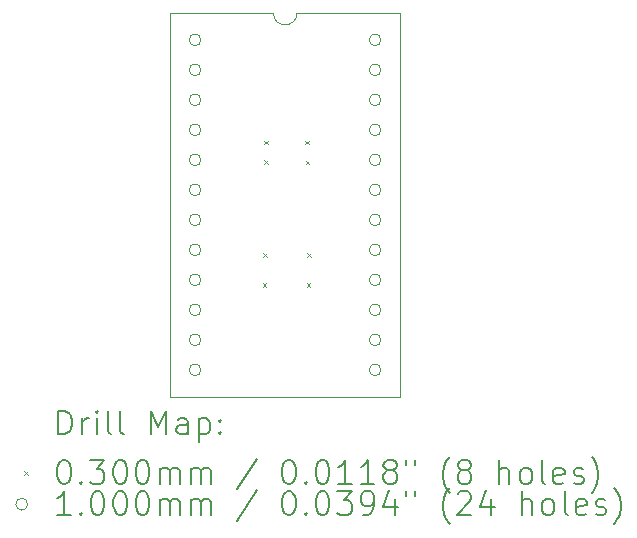
<source format=gbr>
%TF.GenerationSoftware,KiCad,Pcbnew,9.0.0*%
%TF.CreationDate,2025-03-05T17:01:48+13:00*%
%TF.ProjectId,SOIC-24_to_DIP-24_adapter,534f4943-2d32-4345-9f74-6f5f4449502d,rev?*%
%TF.SameCoordinates,Original*%
%TF.FileFunction,Drillmap*%
%TF.FilePolarity,Positive*%
%FSLAX45Y45*%
G04 Gerber Fmt 4.5, Leading zero omitted, Abs format (unit mm)*
G04 Created by KiCad (PCBNEW 9.0.0) date 2025-03-05 17:01:48*
%MOMM*%
%LPD*%
G01*
G04 APERTURE LIST*
%ADD10C,0.100000*%
%ADD11C,0.200000*%
G04 APERTURE END LIST*
D10*
X16245000Y-11700000D02*
X14300000Y-11700000D01*
X16245000Y-8450000D02*
X16245000Y-11700000D01*
X15372500Y-8450000D02*
G75*
G02*
X15172500Y-8450000I-100000J0D01*
G01*
X15172500Y-8450000D02*
X14300000Y-8450000D01*
X16245000Y-8450000D02*
X15372500Y-8450000D01*
X14300000Y-11700000D02*
X14300000Y-8450000D01*
D11*
D10*
X15083500Y-10737764D02*
X15113500Y-10767764D01*
X15113500Y-10737764D02*
X15083500Y-10767764D01*
X15085000Y-10485000D02*
X15115000Y-10515000D01*
X15115000Y-10485000D02*
X15085000Y-10515000D01*
X15093346Y-9698243D02*
X15123346Y-9728243D01*
X15123346Y-9698243D02*
X15093346Y-9728243D01*
X15095705Y-9533130D02*
X15125705Y-9563130D01*
X15125705Y-9533130D02*
X15095705Y-9563130D01*
X15442442Y-9530771D02*
X15472442Y-9560771D01*
X15472442Y-9530771D02*
X15442442Y-9560771D01*
X15445000Y-9702960D02*
X15475000Y-9732960D01*
X15475000Y-9702960D02*
X15445000Y-9732960D01*
X15454500Y-10736368D02*
X15484500Y-10766368D01*
X15484500Y-10736368D02*
X15454500Y-10766368D01*
X15460000Y-10485000D02*
X15490000Y-10515000D01*
X15490000Y-10485000D02*
X15460000Y-10515000D01*
X14559400Y-8677500D02*
G75*
G02*
X14459400Y-8677500I-50000J0D01*
G01*
X14459400Y-8677500D02*
G75*
G02*
X14559400Y-8677500I50000J0D01*
G01*
X14559400Y-8931500D02*
G75*
G02*
X14459400Y-8931500I-50000J0D01*
G01*
X14459400Y-8931500D02*
G75*
G02*
X14559400Y-8931500I50000J0D01*
G01*
X14559400Y-9185500D02*
G75*
G02*
X14459400Y-9185500I-50000J0D01*
G01*
X14459400Y-9185500D02*
G75*
G02*
X14559400Y-9185500I50000J0D01*
G01*
X14559400Y-9439500D02*
G75*
G02*
X14459400Y-9439500I-50000J0D01*
G01*
X14459400Y-9439500D02*
G75*
G02*
X14559400Y-9439500I50000J0D01*
G01*
X14559400Y-9693500D02*
G75*
G02*
X14459400Y-9693500I-50000J0D01*
G01*
X14459400Y-9693500D02*
G75*
G02*
X14559400Y-9693500I50000J0D01*
G01*
X14559400Y-9947500D02*
G75*
G02*
X14459400Y-9947500I-50000J0D01*
G01*
X14459400Y-9947500D02*
G75*
G02*
X14559400Y-9947500I50000J0D01*
G01*
X14559400Y-10201500D02*
G75*
G02*
X14459400Y-10201500I-50000J0D01*
G01*
X14459400Y-10201500D02*
G75*
G02*
X14559400Y-10201500I50000J0D01*
G01*
X14559400Y-10455500D02*
G75*
G02*
X14459400Y-10455500I-50000J0D01*
G01*
X14459400Y-10455500D02*
G75*
G02*
X14559400Y-10455500I50000J0D01*
G01*
X14559400Y-10709500D02*
G75*
G02*
X14459400Y-10709500I-50000J0D01*
G01*
X14459400Y-10709500D02*
G75*
G02*
X14559400Y-10709500I50000J0D01*
G01*
X14559400Y-10963500D02*
G75*
G02*
X14459400Y-10963500I-50000J0D01*
G01*
X14459400Y-10963500D02*
G75*
G02*
X14559400Y-10963500I50000J0D01*
G01*
X14559400Y-11217500D02*
G75*
G02*
X14459400Y-11217500I-50000J0D01*
G01*
X14459400Y-11217500D02*
G75*
G02*
X14559400Y-11217500I50000J0D01*
G01*
X14559400Y-11471500D02*
G75*
G02*
X14459400Y-11471500I-50000J0D01*
G01*
X14459400Y-11471500D02*
G75*
G02*
X14559400Y-11471500I50000J0D01*
G01*
X16083536Y-8678500D02*
G75*
G02*
X15983536Y-8678500I-50000J0D01*
G01*
X15983536Y-8678500D02*
G75*
G02*
X16083536Y-8678500I50000J0D01*
G01*
X16083536Y-8932500D02*
G75*
G02*
X15983536Y-8932500I-50000J0D01*
G01*
X15983536Y-8932500D02*
G75*
G02*
X16083536Y-8932500I50000J0D01*
G01*
X16083536Y-9186500D02*
G75*
G02*
X15983536Y-9186500I-50000J0D01*
G01*
X15983536Y-9186500D02*
G75*
G02*
X16083536Y-9186500I50000J0D01*
G01*
X16083536Y-9440500D02*
G75*
G02*
X15983536Y-9440500I-50000J0D01*
G01*
X15983536Y-9440500D02*
G75*
G02*
X16083536Y-9440500I50000J0D01*
G01*
X16083536Y-9694500D02*
G75*
G02*
X15983536Y-9694500I-50000J0D01*
G01*
X15983536Y-9694500D02*
G75*
G02*
X16083536Y-9694500I50000J0D01*
G01*
X16083536Y-9948500D02*
G75*
G02*
X15983536Y-9948500I-50000J0D01*
G01*
X15983536Y-9948500D02*
G75*
G02*
X16083536Y-9948500I50000J0D01*
G01*
X16083536Y-10202500D02*
G75*
G02*
X15983536Y-10202500I-50000J0D01*
G01*
X15983536Y-10202500D02*
G75*
G02*
X16083536Y-10202500I50000J0D01*
G01*
X16083536Y-10456500D02*
G75*
G02*
X15983536Y-10456500I-50000J0D01*
G01*
X15983536Y-10456500D02*
G75*
G02*
X16083536Y-10456500I50000J0D01*
G01*
X16083536Y-10710500D02*
G75*
G02*
X15983536Y-10710500I-50000J0D01*
G01*
X15983536Y-10710500D02*
G75*
G02*
X16083536Y-10710500I50000J0D01*
G01*
X16083536Y-10964500D02*
G75*
G02*
X15983536Y-10964500I-50000J0D01*
G01*
X15983536Y-10964500D02*
G75*
G02*
X16083536Y-10964500I50000J0D01*
G01*
X16083536Y-11218500D02*
G75*
G02*
X15983536Y-11218500I-50000J0D01*
G01*
X15983536Y-11218500D02*
G75*
G02*
X16083536Y-11218500I50000J0D01*
G01*
X16083536Y-11472500D02*
G75*
G02*
X15983536Y-11472500I-50000J0D01*
G01*
X15983536Y-11472500D02*
G75*
G02*
X16083536Y-11472500I50000J0D01*
G01*
D11*
X13352217Y-12016484D02*
X13352217Y-11816484D01*
X13352217Y-11816484D02*
X13399836Y-11816484D01*
X13399836Y-11816484D02*
X13428407Y-11826008D01*
X13428407Y-11826008D02*
X13447455Y-11845055D01*
X13447455Y-11845055D02*
X13456979Y-11864103D01*
X13456979Y-11864103D02*
X13466503Y-11902198D01*
X13466503Y-11902198D02*
X13466503Y-11930769D01*
X13466503Y-11930769D02*
X13456979Y-11968865D01*
X13456979Y-11968865D02*
X13447455Y-11987912D01*
X13447455Y-11987912D02*
X13428407Y-12006960D01*
X13428407Y-12006960D02*
X13399836Y-12016484D01*
X13399836Y-12016484D02*
X13352217Y-12016484D01*
X13552217Y-12016484D02*
X13552217Y-11883150D01*
X13552217Y-11921246D02*
X13561741Y-11902198D01*
X13561741Y-11902198D02*
X13571265Y-11892674D01*
X13571265Y-11892674D02*
X13590312Y-11883150D01*
X13590312Y-11883150D02*
X13609360Y-11883150D01*
X13676026Y-12016484D02*
X13676026Y-11883150D01*
X13676026Y-11816484D02*
X13666503Y-11826008D01*
X13666503Y-11826008D02*
X13676026Y-11835531D01*
X13676026Y-11835531D02*
X13685550Y-11826008D01*
X13685550Y-11826008D02*
X13676026Y-11816484D01*
X13676026Y-11816484D02*
X13676026Y-11835531D01*
X13799836Y-12016484D02*
X13780788Y-12006960D01*
X13780788Y-12006960D02*
X13771265Y-11987912D01*
X13771265Y-11987912D02*
X13771265Y-11816484D01*
X13904598Y-12016484D02*
X13885550Y-12006960D01*
X13885550Y-12006960D02*
X13876026Y-11987912D01*
X13876026Y-11987912D02*
X13876026Y-11816484D01*
X14133169Y-12016484D02*
X14133169Y-11816484D01*
X14133169Y-11816484D02*
X14199836Y-11959341D01*
X14199836Y-11959341D02*
X14266503Y-11816484D01*
X14266503Y-11816484D02*
X14266503Y-12016484D01*
X14447455Y-12016484D02*
X14447455Y-11911722D01*
X14447455Y-11911722D02*
X14437931Y-11892674D01*
X14437931Y-11892674D02*
X14418884Y-11883150D01*
X14418884Y-11883150D02*
X14380788Y-11883150D01*
X14380788Y-11883150D02*
X14361741Y-11892674D01*
X14447455Y-12006960D02*
X14428407Y-12016484D01*
X14428407Y-12016484D02*
X14380788Y-12016484D01*
X14380788Y-12016484D02*
X14361741Y-12006960D01*
X14361741Y-12006960D02*
X14352217Y-11987912D01*
X14352217Y-11987912D02*
X14352217Y-11968865D01*
X14352217Y-11968865D02*
X14361741Y-11949817D01*
X14361741Y-11949817D02*
X14380788Y-11940293D01*
X14380788Y-11940293D02*
X14428407Y-11940293D01*
X14428407Y-11940293D02*
X14447455Y-11930769D01*
X14542693Y-11883150D02*
X14542693Y-12083150D01*
X14542693Y-11892674D02*
X14561741Y-11883150D01*
X14561741Y-11883150D02*
X14599836Y-11883150D01*
X14599836Y-11883150D02*
X14618884Y-11892674D01*
X14618884Y-11892674D02*
X14628407Y-11902198D01*
X14628407Y-11902198D02*
X14637931Y-11921246D01*
X14637931Y-11921246D02*
X14637931Y-11978388D01*
X14637931Y-11978388D02*
X14628407Y-11997436D01*
X14628407Y-11997436D02*
X14618884Y-12006960D01*
X14618884Y-12006960D02*
X14599836Y-12016484D01*
X14599836Y-12016484D02*
X14561741Y-12016484D01*
X14561741Y-12016484D02*
X14542693Y-12006960D01*
X14723646Y-11997436D02*
X14733169Y-12006960D01*
X14733169Y-12006960D02*
X14723646Y-12016484D01*
X14723646Y-12016484D02*
X14714122Y-12006960D01*
X14714122Y-12006960D02*
X14723646Y-11997436D01*
X14723646Y-11997436D02*
X14723646Y-12016484D01*
X14723646Y-11892674D02*
X14733169Y-11902198D01*
X14733169Y-11902198D02*
X14723646Y-11911722D01*
X14723646Y-11911722D02*
X14714122Y-11902198D01*
X14714122Y-11902198D02*
X14723646Y-11892674D01*
X14723646Y-11892674D02*
X14723646Y-11911722D01*
D10*
X13061440Y-12330000D02*
X13091440Y-12360000D01*
X13091440Y-12330000D02*
X13061440Y-12360000D01*
D11*
X13390312Y-12236484D02*
X13409360Y-12236484D01*
X13409360Y-12236484D02*
X13428407Y-12246008D01*
X13428407Y-12246008D02*
X13437931Y-12255531D01*
X13437931Y-12255531D02*
X13447455Y-12274579D01*
X13447455Y-12274579D02*
X13456979Y-12312674D01*
X13456979Y-12312674D02*
X13456979Y-12360293D01*
X13456979Y-12360293D02*
X13447455Y-12398388D01*
X13447455Y-12398388D02*
X13437931Y-12417436D01*
X13437931Y-12417436D02*
X13428407Y-12426960D01*
X13428407Y-12426960D02*
X13409360Y-12436484D01*
X13409360Y-12436484D02*
X13390312Y-12436484D01*
X13390312Y-12436484D02*
X13371265Y-12426960D01*
X13371265Y-12426960D02*
X13361741Y-12417436D01*
X13361741Y-12417436D02*
X13352217Y-12398388D01*
X13352217Y-12398388D02*
X13342693Y-12360293D01*
X13342693Y-12360293D02*
X13342693Y-12312674D01*
X13342693Y-12312674D02*
X13352217Y-12274579D01*
X13352217Y-12274579D02*
X13361741Y-12255531D01*
X13361741Y-12255531D02*
X13371265Y-12246008D01*
X13371265Y-12246008D02*
X13390312Y-12236484D01*
X13542693Y-12417436D02*
X13552217Y-12426960D01*
X13552217Y-12426960D02*
X13542693Y-12436484D01*
X13542693Y-12436484D02*
X13533169Y-12426960D01*
X13533169Y-12426960D02*
X13542693Y-12417436D01*
X13542693Y-12417436D02*
X13542693Y-12436484D01*
X13618884Y-12236484D02*
X13742693Y-12236484D01*
X13742693Y-12236484D02*
X13676026Y-12312674D01*
X13676026Y-12312674D02*
X13704598Y-12312674D01*
X13704598Y-12312674D02*
X13723646Y-12322198D01*
X13723646Y-12322198D02*
X13733169Y-12331722D01*
X13733169Y-12331722D02*
X13742693Y-12350769D01*
X13742693Y-12350769D02*
X13742693Y-12398388D01*
X13742693Y-12398388D02*
X13733169Y-12417436D01*
X13733169Y-12417436D02*
X13723646Y-12426960D01*
X13723646Y-12426960D02*
X13704598Y-12436484D01*
X13704598Y-12436484D02*
X13647455Y-12436484D01*
X13647455Y-12436484D02*
X13628407Y-12426960D01*
X13628407Y-12426960D02*
X13618884Y-12417436D01*
X13866503Y-12236484D02*
X13885550Y-12236484D01*
X13885550Y-12236484D02*
X13904598Y-12246008D01*
X13904598Y-12246008D02*
X13914122Y-12255531D01*
X13914122Y-12255531D02*
X13923646Y-12274579D01*
X13923646Y-12274579D02*
X13933169Y-12312674D01*
X13933169Y-12312674D02*
X13933169Y-12360293D01*
X13933169Y-12360293D02*
X13923646Y-12398388D01*
X13923646Y-12398388D02*
X13914122Y-12417436D01*
X13914122Y-12417436D02*
X13904598Y-12426960D01*
X13904598Y-12426960D02*
X13885550Y-12436484D01*
X13885550Y-12436484D02*
X13866503Y-12436484D01*
X13866503Y-12436484D02*
X13847455Y-12426960D01*
X13847455Y-12426960D02*
X13837931Y-12417436D01*
X13837931Y-12417436D02*
X13828407Y-12398388D01*
X13828407Y-12398388D02*
X13818884Y-12360293D01*
X13818884Y-12360293D02*
X13818884Y-12312674D01*
X13818884Y-12312674D02*
X13828407Y-12274579D01*
X13828407Y-12274579D02*
X13837931Y-12255531D01*
X13837931Y-12255531D02*
X13847455Y-12246008D01*
X13847455Y-12246008D02*
X13866503Y-12236484D01*
X14056979Y-12236484D02*
X14076027Y-12236484D01*
X14076027Y-12236484D02*
X14095074Y-12246008D01*
X14095074Y-12246008D02*
X14104598Y-12255531D01*
X14104598Y-12255531D02*
X14114122Y-12274579D01*
X14114122Y-12274579D02*
X14123646Y-12312674D01*
X14123646Y-12312674D02*
X14123646Y-12360293D01*
X14123646Y-12360293D02*
X14114122Y-12398388D01*
X14114122Y-12398388D02*
X14104598Y-12417436D01*
X14104598Y-12417436D02*
X14095074Y-12426960D01*
X14095074Y-12426960D02*
X14076027Y-12436484D01*
X14076027Y-12436484D02*
X14056979Y-12436484D01*
X14056979Y-12436484D02*
X14037931Y-12426960D01*
X14037931Y-12426960D02*
X14028407Y-12417436D01*
X14028407Y-12417436D02*
X14018884Y-12398388D01*
X14018884Y-12398388D02*
X14009360Y-12360293D01*
X14009360Y-12360293D02*
X14009360Y-12312674D01*
X14009360Y-12312674D02*
X14018884Y-12274579D01*
X14018884Y-12274579D02*
X14028407Y-12255531D01*
X14028407Y-12255531D02*
X14037931Y-12246008D01*
X14037931Y-12246008D02*
X14056979Y-12236484D01*
X14209360Y-12436484D02*
X14209360Y-12303150D01*
X14209360Y-12322198D02*
X14218884Y-12312674D01*
X14218884Y-12312674D02*
X14237931Y-12303150D01*
X14237931Y-12303150D02*
X14266503Y-12303150D01*
X14266503Y-12303150D02*
X14285550Y-12312674D01*
X14285550Y-12312674D02*
X14295074Y-12331722D01*
X14295074Y-12331722D02*
X14295074Y-12436484D01*
X14295074Y-12331722D02*
X14304598Y-12312674D01*
X14304598Y-12312674D02*
X14323646Y-12303150D01*
X14323646Y-12303150D02*
X14352217Y-12303150D01*
X14352217Y-12303150D02*
X14371265Y-12312674D01*
X14371265Y-12312674D02*
X14380788Y-12331722D01*
X14380788Y-12331722D02*
X14380788Y-12436484D01*
X14476027Y-12436484D02*
X14476027Y-12303150D01*
X14476027Y-12322198D02*
X14485550Y-12312674D01*
X14485550Y-12312674D02*
X14504598Y-12303150D01*
X14504598Y-12303150D02*
X14533169Y-12303150D01*
X14533169Y-12303150D02*
X14552217Y-12312674D01*
X14552217Y-12312674D02*
X14561741Y-12331722D01*
X14561741Y-12331722D02*
X14561741Y-12436484D01*
X14561741Y-12331722D02*
X14571265Y-12312674D01*
X14571265Y-12312674D02*
X14590312Y-12303150D01*
X14590312Y-12303150D02*
X14618884Y-12303150D01*
X14618884Y-12303150D02*
X14637931Y-12312674D01*
X14637931Y-12312674D02*
X14647455Y-12331722D01*
X14647455Y-12331722D02*
X14647455Y-12436484D01*
X15037931Y-12226960D02*
X14866503Y-12484103D01*
X15295074Y-12236484D02*
X15314122Y-12236484D01*
X15314122Y-12236484D02*
X15333170Y-12246008D01*
X15333170Y-12246008D02*
X15342693Y-12255531D01*
X15342693Y-12255531D02*
X15352217Y-12274579D01*
X15352217Y-12274579D02*
X15361741Y-12312674D01*
X15361741Y-12312674D02*
X15361741Y-12360293D01*
X15361741Y-12360293D02*
X15352217Y-12398388D01*
X15352217Y-12398388D02*
X15342693Y-12417436D01*
X15342693Y-12417436D02*
X15333170Y-12426960D01*
X15333170Y-12426960D02*
X15314122Y-12436484D01*
X15314122Y-12436484D02*
X15295074Y-12436484D01*
X15295074Y-12436484D02*
X15276027Y-12426960D01*
X15276027Y-12426960D02*
X15266503Y-12417436D01*
X15266503Y-12417436D02*
X15256979Y-12398388D01*
X15256979Y-12398388D02*
X15247455Y-12360293D01*
X15247455Y-12360293D02*
X15247455Y-12312674D01*
X15247455Y-12312674D02*
X15256979Y-12274579D01*
X15256979Y-12274579D02*
X15266503Y-12255531D01*
X15266503Y-12255531D02*
X15276027Y-12246008D01*
X15276027Y-12246008D02*
X15295074Y-12236484D01*
X15447455Y-12417436D02*
X15456979Y-12426960D01*
X15456979Y-12426960D02*
X15447455Y-12436484D01*
X15447455Y-12436484D02*
X15437931Y-12426960D01*
X15437931Y-12426960D02*
X15447455Y-12417436D01*
X15447455Y-12417436D02*
X15447455Y-12436484D01*
X15580789Y-12236484D02*
X15599836Y-12236484D01*
X15599836Y-12236484D02*
X15618884Y-12246008D01*
X15618884Y-12246008D02*
X15628408Y-12255531D01*
X15628408Y-12255531D02*
X15637931Y-12274579D01*
X15637931Y-12274579D02*
X15647455Y-12312674D01*
X15647455Y-12312674D02*
X15647455Y-12360293D01*
X15647455Y-12360293D02*
X15637931Y-12398388D01*
X15637931Y-12398388D02*
X15628408Y-12417436D01*
X15628408Y-12417436D02*
X15618884Y-12426960D01*
X15618884Y-12426960D02*
X15599836Y-12436484D01*
X15599836Y-12436484D02*
X15580789Y-12436484D01*
X15580789Y-12436484D02*
X15561741Y-12426960D01*
X15561741Y-12426960D02*
X15552217Y-12417436D01*
X15552217Y-12417436D02*
X15542693Y-12398388D01*
X15542693Y-12398388D02*
X15533170Y-12360293D01*
X15533170Y-12360293D02*
X15533170Y-12312674D01*
X15533170Y-12312674D02*
X15542693Y-12274579D01*
X15542693Y-12274579D02*
X15552217Y-12255531D01*
X15552217Y-12255531D02*
X15561741Y-12246008D01*
X15561741Y-12246008D02*
X15580789Y-12236484D01*
X15837931Y-12436484D02*
X15723646Y-12436484D01*
X15780789Y-12436484D02*
X15780789Y-12236484D01*
X15780789Y-12236484D02*
X15761741Y-12265055D01*
X15761741Y-12265055D02*
X15742693Y-12284103D01*
X15742693Y-12284103D02*
X15723646Y-12293627D01*
X16028408Y-12436484D02*
X15914122Y-12436484D01*
X15971265Y-12436484D02*
X15971265Y-12236484D01*
X15971265Y-12236484D02*
X15952217Y-12265055D01*
X15952217Y-12265055D02*
X15933170Y-12284103D01*
X15933170Y-12284103D02*
X15914122Y-12293627D01*
X16142693Y-12322198D02*
X16123646Y-12312674D01*
X16123646Y-12312674D02*
X16114122Y-12303150D01*
X16114122Y-12303150D02*
X16104598Y-12284103D01*
X16104598Y-12284103D02*
X16104598Y-12274579D01*
X16104598Y-12274579D02*
X16114122Y-12255531D01*
X16114122Y-12255531D02*
X16123646Y-12246008D01*
X16123646Y-12246008D02*
X16142693Y-12236484D01*
X16142693Y-12236484D02*
X16180789Y-12236484D01*
X16180789Y-12236484D02*
X16199836Y-12246008D01*
X16199836Y-12246008D02*
X16209360Y-12255531D01*
X16209360Y-12255531D02*
X16218884Y-12274579D01*
X16218884Y-12274579D02*
X16218884Y-12284103D01*
X16218884Y-12284103D02*
X16209360Y-12303150D01*
X16209360Y-12303150D02*
X16199836Y-12312674D01*
X16199836Y-12312674D02*
X16180789Y-12322198D01*
X16180789Y-12322198D02*
X16142693Y-12322198D01*
X16142693Y-12322198D02*
X16123646Y-12331722D01*
X16123646Y-12331722D02*
X16114122Y-12341246D01*
X16114122Y-12341246D02*
X16104598Y-12360293D01*
X16104598Y-12360293D02*
X16104598Y-12398388D01*
X16104598Y-12398388D02*
X16114122Y-12417436D01*
X16114122Y-12417436D02*
X16123646Y-12426960D01*
X16123646Y-12426960D02*
X16142693Y-12436484D01*
X16142693Y-12436484D02*
X16180789Y-12436484D01*
X16180789Y-12436484D02*
X16199836Y-12426960D01*
X16199836Y-12426960D02*
X16209360Y-12417436D01*
X16209360Y-12417436D02*
X16218884Y-12398388D01*
X16218884Y-12398388D02*
X16218884Y-12360293D01*
X16218884Y-12360293D02*
X16209360Y-12341246D01*
X16209360Y-12341246D02*
X16199836Y-12331722D01*
X16199836Y-12331722D02*
X16180789Y-12322198D01*
X16295074Y-12236484D02*
X16295074Y-12274579D01*
X16371265Y-12236484D02*
X16371265Y-12274579D01*
X16666503Y-12512674D02*
X16656979Y-12503150D01*
X16656979Y-12503150D02*
X16637932Y-12474579D01*
X16637932Y-12474579D02*
X16628408Y-12455531D01*
X16628408Y-12455531D02*
X16618884Y-12426960D01*
X16618884Y-12426960D02*
X16609360Y-12379341D01*
X16609360Y-12379341D02*
X16609360Y-12341246D01*
X16609360Y-12341246D02*
X16618884Y-12293627D01*
X16618884Y-12293627D02*
X16628408Y-12265055D01*
X16628408Y-12265055D02*
X16637932Y-12246008D01*
X16637932Y-12246008D02*
X16656979Y-12217436D01*
X16656979Y-12217436D02*
X16666503Y-12207912D01*
X16771265Y-12322198D02*
X16752217Y-12312674D01*
X16752217Y-12312674D02*
X16742693Y-12303150D01*
X16742693Y-12303150D02*
X16733170Y-12284103D01*
X16733170Y-12284103D02*
X16733170Y-12274579D01*
X16733170Y-12274579D02*
X16742693Y-12255531D01*
X16742693Y-12255531D02*
X16752217Y-12246008D01*
X16752217Y-12246008D02*
X16771265Y-12236484D01*
X16771265Y-12236484D02*
X16809360Y-12236484D01*
X16809360Y-12236484D02*
X16828408Y-12246008D01*
X16828408Y-12246008D02*
X16837932Y-12255531D01*
X16837932Y-12255531D02*
X16847455Y-12274579D01*
X16847455Y-12274579D02*
X16847455Y-12284103D01*
X16847455Y-12284103D02*
X16837932Y-12303150D01*
X16837932Y-12303150D02*
X16828408Y-12312674D01*
X16828408Y-12312674D02*
X16809360Y-12322198D01*
X16809360Y-12322198D02*
X16771265Y-12322198D01*
X16771265Y-12322198D02*
X16752217Y-12331722D01*
X16752217Y-12331722D02*
X16742693Y-12341246D01*
X16742693Y-12341246D02*
X16733170Y-12360293D01*
X16733170Y-12360293D02*
X16733170Y-12398388D01*
X16733170Y-12398388D02*
X16742693Y-12417436D01*
X16742693Y-12417436D02*
X16752217Y-12426960D01*
X16752217Y-12426960D02*
X16771265Y-12436484D01*
X16771265Y-12436484D02*
X16809360Y-12436484D01*
X16809360Y-12436484D02*
X16828408Y-12426960D01*
X16828408Y-12426960D02*
X16837932Y-12417436D01*
X16837932Y-12417436D02*
X16847455Y-12398388D01*
X16847455Y-12398388D02*
X16847455Y-12360293D01*
X16847455Y-12360293D02*
X16837932Y-12341246D01*
X16837932Y-12341246D02*
X16828408Y-12331722D01*
X16828408Y-12331722D02*
X16809360Y-12322198D01*
X17085551Y-12436484D02*
X17085551Y-12236484D01*
X17171265Y-12436484D02*
X17171265Y-12331722D01*
X17171265Y-12331722D02*
X17161741Y-12312674D01*
X17161741Y-12312674D02*
X17142694Y-12303150D01*
X17142694Y-12303150D02*
X17114122Y-12303150D01*
X17114122Y-12303150D02*
X17095075Y-12312674D01*
X17095075Y-12312674D02*
X17085551Y-12322198D01*
X17295075Y-12436484D02*
X17276027Y-12426960D01*
X17276027Y-12426960D02*
X17266503Y-12417436D01*
X17266503Y-12417436D02*
X17256979Y-12398388D01*
X17256979Y-12398388D02*
X17256979Y-12341246D01*
X17256979Y-12341246D02*
X17266503Y-12322198D01*
X17266503Y-12322198D02*
X17276027Y-12312674D01*
X17276027Y-12312674D02*
X17295075Y-12303150D01*
X17295075Y-12303150D02*
X17323646Y-12303150D01*
X17323646Y-12303150D02*
X17342694Y-12312674D01*
X17342694Y-12312674D02*
X17352217Y-12322198D01*
X17352217Y-12322198D02*
X17361741Y-12341246D01*
X17361741Y-12341246D02*
X17361741Y-12398388D01*
X17361741Y-12398388D02*
X17352217Y-12417436D01*
X17352217Y-12417436D02*
X17342694Y-12426960D01*
X17342694Y-12426960D02*
X17323646Y-12436484D01*
X17323646Y-12436484D02*
X17295075Y-12436484D01*
X17476027Y-12436484D02*
X17456979Y-12426960D01*
X17456979Y-12426960D02*
X17447456Y-12407912D01*
X17447456Y-12407912D02*
X17447456Y-12236484D01*
X17628408Y-12426960D02*
X17609360Y-12436484D01*
X17609360Y-12436484D02*
X17571265Y-12436484D01*
X17571265Y-12436484D02*
X17552217Y-12426960D01*
X17552217Y-12426960D02*
X17542694Y-12407912D01*
X17542694Y-12407912D02*
X17542694Y-12331722D01*
X17542694Y-12331722D02*
X17552217Y-12312674D01*
X17552217Y-12312674D02*
X17571265Y-12303150D01*
X17571265Y-12303150D02*
X17609360Y-12303150D01*
X17609360Y-12303150D02*
X17628408Y-12312674D01*
X17628408Y-12312674D02*
X17637932Y-12331722D01*
X17637932Y-12331722D02*
X17637932Y-12350769D01*
X17637932Y-12350769D02*
X17542694Y-12369817D01*
X17714122Y-12426960D02*
X17733170Y-12436484D01*
X17733170Y-12436484D02*
X17771265Y-12436484D01*
X17771265Y-12436484D02*
X17790313Y-12426960D01*
X17790313Y-12426960D02*
X17799837Y-12407912D01*
X17799837Y-12407912D02*
X17799837Y-12398388D01*
X17799837Y-12398388D02*
X17790313Y-12379341D01*
X17790313Y-12379341D02*
X17771265Y-12369817D01*
X17771265Y-12369817D02*
X17742694Y-12369817D01*
X17742694Y-12369817D02*
X17723646Y-12360293D01*
X17723646Y-12360293D02*
X17714122Y-12341246D01*
X17714122Y-12341246D02*
X17714122Y-12331722D01*
X17714122Y-12331722D02*
X17723646Y-12312674D01*
X17723646Y-12312674D02*
X17742694Y-12303150D01*
X17742694Y-12303150D02*
X17771265Y-12303150D01*
X17771265Y-12303150D02*
X17790313Y-12312674D01*
X17866503Y-12512674D02*
X17876027Y-12503150D01*
X17876027Y-12503150D02*
X17895075Y-12474579D01*
X17895075Y-12474579D02*
X17904598Y-12455531D01*
X17904598Y-12455531D02*
X17914122Y-12426960D01*
X17914122Y-12426960D02*
X17923646Y-12379341D01*
X17923646Y-12379341D02*
X17923646Y-12341246D01*
X17923646Y-12341246D02*
X17914122Y-12293627D01*
X17914122Y-12293627D02*
X17904598Y-12265055D01*
X17904598Y-12265055D02*
X17895075Y-12246008D01*
X17895075Y-12246008D02*
X17876027Y-12217436D01*
X17876027Y-12217436D02*
X17866503Y-12207912D01*
D10*
X13091440Y-12609000D02*
G75*
G02*
X12991440Y-12609000I-50000J0D01*
G01*
X12991440Y-12609000D02*
G75*
G02*
X13091440Y-12609000I50000J0D01*
G01*
D11*
X13456979Y-12700484D02*
X13342693Y-12700484D01*
X13399836Y-12700484D02*
X13399836Y-12500484D01*
X13399836Y-12500484D02*
X13380788Y-12529055D01*
X13380788Y-12529055D02*
X13361741Y-12548103D01*
X13361741Y-12548103D02*
X13342693Y-12557627D01*
X13542693Y-12681436D02*
X13552217Y-12690960D01*
X13552217Y-12690960D02*
X13542693Y-12700484D01*
X13542693Y-12700484D02*
X13533169Y-12690960D01*
X13533169Y-12690960D02*
X13542693Y-12681436D01*
X13542693Y-12681436D02*
X13542693Y-12700484D01*
X13676026Y-12500484D02*
X13695074Y-12500484D01*
X13695074Y-12500484D02*
X13714122Y-12510008D01*
X13714122Y-12510008D02*
X13723646Y-12519531D01*
X13723646Y-12519531D02*
X13733169Y-12538579D01*
X13733169Y-12538579D02*
X13742693Y-12576674D01*
X13742693Y-12576674D02*
X13742693Y-12624293D01*
X13742693Y-12624293D02*
X13733169Y-12662388D01*
X13733169Y-12662388D02*
X13723646Y-12681436D01*
X13723646Y-12681436D02*
X13714122Y-12690960D01*
X13714122Y-12690960D02*
X13695074Y-12700484D01*
X13695074Y-12700484D02*
X13676026Y-12700484D01*
X13676026Y-12700484D02*
X13656979Y-12690960D01*
X13656979Y-12690960D02*
X13647455Y-12681436D01*
X13647455Y-12681436D02*
X13637931Y-12662388D01*
X13637931Y-12662388D02*
X13628407Y-12624293D01*
X13628407Y-12624293D02*
X13628407Y-12576674D01*
X13628407Y-12576674D02*
X13637931Y-12538579D01*
X13637931Y-12538579D02*
X13647455Y-12519531D01*
X13647455Y-12519531D02*
X13656979Y-12510008D01*
X13656979Y-12510008D02*
X13676026Y-12500484D01*
X13866503Y-12500484D02*
X13885550Y-12500484D01*
X13885550Y-12500484D02*
X13904598Y-12510008D01*
X13904598Y-12510008D02*
X13914122Y-12519531D01*
X13914122Y-12519531D02*
X13923646Y-12538579D01*
X13923646Y-12538579D02*
X13933169Y-12576674D01*
X13933169Y-12576674D02*
X13933169Y-12624293D01*
X13933169Y-12624293D02*
X13923646Y-12662388D01*
X13923646Y-12662388D02*
X13914122Y-12681436D01*
X13914122Y-12681436D02*
X13904598Y-12690960D01*
X13904598Y-12690960D02*
X13885550Y-12700484D01*
X13885550Y-12700484D02*
X13866503Y-12700484D01*
X13866503Y-12700484D02*
X13847455Y-12690960D01*
X13847455Y-12690960D02*
X13837931Y-12681436D01*
X13837931Y-12681436D02*
X13828407Y-12662388D01*
X13828407Y-12662388D02*
X13818884Y-12624293D01*
X13818884Y-12624293D02*
X13818884Y-12576674D01*
X13818884Y-12576674D02*
X13828407Y-12538579D01*
X13828407Y-12538579D02*
X13837931Y-12519531D01*
X13837931Y-12519531D02*
X13847455Y-12510008D01*
X13847455Y-12510008D02*
X13866503Y-12500484D01*
X14056979Y-12500484D02*
X14076027Y-12500484D01*
X14076027Y-12500484D02*
X14095074Y-12510008D01*
X14095074Y-12510008D02*
X14104598Y-12519531D01*
X14104598Y-12519531D02*
X14114122Y-12538579D01*
X14114122Y-12538579D02*
X14123646Y-12576674D01*
X14123646Y-12576674D02*
X14123646Y-12624293D01*
X14123646Y-12624293D02*
X14114122Y-12662388D01*
X14114122Y-12662388D02*
X14104598Y-12681436D01*
X14104598Y-12681436D02*
X14095074Y-12690960D01*
X14095074Y-12690960D02*
X14076027Y-12700484D01*
X14076027Y-12700484D02*
X14056979Y-12700484D01*
X14056979Y-12700484D02*
X14037931Y-12690960D01*
X14037931Y-12690960D02*
X14028407Y-12681436D01*
X14028407Y-12681436D02*
X14018884Y-12662388D01*
X14018884Y-12662388D02*
X14009360Y-12624293D01*
X14009360Y-12624293D02*
X14009360Y-12576674D01*
X14009360Y-12576674D02*
X14018884Y-12538579D01*
X14018884Y-12538579D02*
X14028407Y-12519531D01*
X14028407Y-12519531D02*
X14037931Y-12510008D01*
X14037931Y-12510008D02*
X14056979Y-12500484D01*
X14209360Y-12700484D02*
X14209360Y-12567150D01*
X14209360Y-12586198D02*
X14218884Y-12576674D01*
X14218884Y-12576674D02*
X14237931Y-12567150D01*
X14237931Y-12567150D02*
X14266503Y-12567150D01*
X14266503Y-12567150D02*
X14285550Y-12576674D01*
X14285550Y-12576674D02*
X14295074Y-12595722D01*
X14295074Y-12595722D02*
X14295074Y-12700484D01*
X14295074Y-12595722D02*
X14304598Y-12576674D01*
X14304598Y-12576674D02*
X14323646Y-12567150D01*
X14323646Y-12567150D02*
X14352217Y-12567150D01*
X14352217Y-12567150D02*
X14371265Y-12576674D01*
X14371265Y-12576674D02*
X14380788Y-12595722D01*
X14380788Y-12595722D02*
X14380788Y-12700484D01*
X14476027Y-12700484D02*
X14476027Y-12567150D01*
X14476027Y-12586198D02*
X14485550Y-12576674D01*
X14485550Y-12576674D02*
X14504598Y-12567150D01*
X14504598Y-12567150D02*
X14533169Y-12567150D01*
X14533169Y-12567150D02*
X14552217Y-12576674D01*
X14552217Y-12576674D02*
X14561741Y-12595722D01*
X14561741Y-12595722D02*
X14561741Y-12700484D01*
X14561741Y-12595722D02*
X14571265Y-12576674D01*
X14571265Y-12576674D02*
X14590312Y-12567150D01*
X14590312Y-12567150D02*
X14618884Y-12567150D01*
X14618884Y-12567150D02*
X14637931Y-12576674D01*
X14637931Y-12576674D02*
X14647455Y-12595722D01*
X14647455Y-12595722D02*
X14647455Y-12700484D01*
X15037931Y-12490960D02*
X14866503Y-12748103D01*
X15295074Y-12500484D02*
X15314122Y-12500484D01*
X15314122Y-12500484D02*
X15333170Y-12510008D01*
X15333170Y-12510008D02*
X15342693Y-12519531D01*
X15342693Y-12519531D02*
X15352217Y-12538579D01*
X15352217Y-12538579D02*
X15361741Y-12576674D01*
X15361741Y-12576674D02*
X15361741Y-12624293D01*
X15361741Y-12624293D02*
X15352217Y-12662388D01*
X15352217Y-12662388D02*
X15342693Y-12681436D01*
X15342693Y-12681436D02*
X15333170Y-12690960D01*
X15333170Y-12690960D02*
X15314122Y-12700484D01*
X15314122Y-12700484D02*
X15295074Y-12700484D01*
X15295074Y-12700484D02*
X15276027Y-12690960D01*
X15276027Y-12690960D02*
X15266503Y-12681436D01*
X15266503Y-12681436D02*
X15256979Y-12662388D01*
X15256979Y-12662388D02*
X15247455Y-12624293D01*
X15247455Y-12624293D02*
X15247455Y-12576674D01*
X15247455Y-12576674D02*
X15256979Y-12538579D01*
X15256979Y-12538579D02*
X15266503Y-12519531D01*
X15266503Y-12519531D02*
X15276027Y-12510008D01*
X15276027Y-12510008D02*
X15295074Y-12500484D01*
X15447455Y-12681436D02*
X15456979Y-12690960D01*
X15456979Y-12690960D02*
X15447455Y-12700484D01*
X15447455Y-12700484D02*
X15437931Y-12690960D01*
X15437931Y-12690960D02*
X15447455Y-12681436D01*
X15447455Y-12681436D02*
X15447455Y-12700484D01*
X15580789Y-12500484D02*
X15599836Y-12500484D01*
X15599836Y-12500484D02*
X15618884Y-12510008D01*
X15618884Y-12510008D02*
X15628408Y-12519531D01*
X15628408Y-12519531D02*
X15637931Y-12538579D01*
X15637931Y-12538579D02*
X15647455Y-12576674D01*
X15647455Y-12576674D02*
X15647455Y-12624293D01*
X15647455Y-12624293D02*
X15637931Y-12662388D01*
X15637931Y-12662388D02*
X15628408Y-12681436D01*
X15628408Y-12681436D02*
X15618884Y-12690960D01*
X15618884Y-12690960D02*
X15599836Y-12700484D01*
X15599836Y-12700484D02*
X15580789Y-12700484D01*
X15580789Y-12700484D02*
X15561741Y-12690960D01*
X15561741Y-12690960D02*
X15552217Y-12681436D01*
X15552217Y-12681436D02*
X15542693Y-12662388D01*
X15542693Y-12662388D02*
X15533170Y-12624293D01*
X15533170Y-12624293D02*
X15533170Y-12576674D01*
X15533170Y-12576674D02*
X15542693Y-12538579D01*
X15542693Y-12538579D02*
X15552217Y-12519531D01*
X15552217Y-12519531D02*
X15561741Y-12510008D01*
X15561741Y-12510008D02*
X15580789Y-12500484D01*
X15714122Y-12500484D02*
X15837931Y-12500484D01*
X15837931Y-12500484D02*
X15771265Y-12576674D01*
X15771265Y-12576674D02*
X15799836Y-12576674D01*
X15799836Y-12576674D02*
X15818884Y-12586198D01*
X15818884Y-12586198D02*
X15828408Y-12595722D01*
X15828408Y-12595722D02*
X15837931Y-12614769D01*
X15837931Y-12614769D02*
X15837931Y-12662388D01*
X15837931Y-12662388D02*
X15828408Y-12681436D01*
X15828408Y-12681436D02*
X15818884Y-12690960D01*
X15818884Y-12690960D02*
X15799836Y-12700484D01*
X15799836Y-12700484D02*
X15742693Y-12700484D01*
X15742693Y-12700484D02*
X15723646Y-12690960D01*
X15723646Y-12690960D02*
X15714122Y-12681436D01*
X15933170Y-12700484D02*
X15971265Y-12700484D01*
X15971265Y-12700484D02*
X15990312Y-12690960D01*
X15990312Y-12690960D02*
X15999836Y-12681436D01*
X15999836Y-12681436D02*
X16018884Y-12652865D01*
X16018884Y-12652865D02*
X16028408Y-12614769D01*
X16028408Y-12614769D02*
X16028408Y-12538579D01*
X16028408Y-12538579D02*
X16018884Y-12519531D01*
X16018884Y-12519531D02*
X16009360Y-12510008D01*
X16009360Y-12510008D02*
X15990312Y-12500484D01*
X15990312Y-12500484D02*
X15952217Y-12500484D01*
X15952217Y-12500484D02*
X15933170Y-12510008D01*
X15933170Y-12510008D02*
X15923646Y-12519531D01*
X15923646Y-12519531D02*
X15914122Y-12538579D01*
X15914122Y-12538579D02*
X15914122Y-12586198D01*
X15914122Y-12586198D02*
X15923646Y-12605246D01*
X15923646Y-12605246D02*
X15933170Y-12614769D01*
X15933170Y-12614769D02*
X15952217Y-12624293D01*
X15952217Y-12624293D02*
X15990312Y-12624293D01*
X15990312Y-12624293D02*
X16009360Y-12614769D01*
X16009360Y-12614769D02*
X16018884Y-12605246D01*
X16018884Y-12605246D02*
X16028408Y-12586198D01*
X16199836Y-12567150D02*
X16199836Y-12700484D01*
X16152217Y-12490960D02*
X16104598Y-12633817D01*
X16104598Y-12633817D02*
X16228408Y-12633817D01*
X16295074Y-12500484D02*
X16295074Y-12538579D01*
X16371265Y-12500484D02*
X16371265Y-12538579D01*
X16666503Y-12776674D02*
X16656979Y-12767150D01*
X16656979Y-12767150D02*
X16637932Y-12738579D01*
X16637932Y-12738579D02*
X16628408Y-12719531D01*
X16628408Y-12719531D02*
X16618884Y-12690960D01*
X16618884Y-12690960D02*
X16609360Y-12643341D01*
X16609360Y-12643341D02*
X16609360Y-12605246D01*
X16609360Y-12605246D02*
X16618884Y-12557627D01*
X16618884Y-12557627D02*
X16628408Y-12529055D01*
X16628408Y-12529055D02*
X16637932Y-12510008D01*
X16637932Y-12510008D02*
X16656979Y-12481436D01*
X16656979Y-12481436D02*
X16666503Y-12471912D01*
X16733170Y-12519531D02*
X16742693Y-12510008D01*
X16742693Y-12510008D02*
X16761741Y-12500484D01*
X16761741Y-12500484D02*
X16809360Y-12500484D01*
X16809360Y-12500484D02*
X16828408Y-12510008D01*
X16828408Y-12510008D02*
X16837932Y-12519531D01*
X16837932Y-12519531D02*
X16847455Y-12538579D01*
X16847455Y-12538579D02*
X16847455Y-12557627D01*
X16847455Y-12557627D02*
X16837932Y-12586198D01*
X16837932Y-12586198D02*
X16723646Y-12700484D01*
X16723646Y-12700484D02*
X16847455Y-12700484D01*
X17018884Y-12567150D02*
X17018884Y-12700484D01*
X16971265Y-12490960D02*
X16923646Y-12633817D01*
X16923646Y-12633817D02*
X17047455Y-12633817D01*
X17276027Y-12700484D02*
X17276027Y-12500484D01*
X17361741Y-12700484D02*
X17361741Y-12595722D01*
X17361741Y-12595722D02*
X17352217Y-12576674D01*
X17352217Y-12576674D02*
X17333170Y-12567150D01*
X17333170Y-12567150D02*
X17304598Y-12567150D01*
X17304598Y-12567150D02*
X17285551Y-12576674D01*
X17285551Y-12576674D02*
X17276027Y-12586198D01*
X17485551Y-12700484D02*
X17466503Y-12690960D01*
X17466503Y-12690960D02*
X17456979Y-12681436D01*
X17456979Y-12681436D02*
X17447456Y-12662388D01*
X17447456Y-12662388D02*
X17447456Y-12605246D01*
X17447456Y-12605246D02*
X17456979Y-12586198D01*
X17456979Y-12586198D02*
X17466503Y-12576674D01*
X17466503Y-12576674D02*
X17485551Y-12567150D01*
X17485551Y-12567150D02*
X17514122Y-12567150D01*
X17514122Y-12567150D02*
X17533170Y-12576674D01*
X17533170Y-12576674D02*
X17542694Y-12586198D01*
X17542694Y-12586198D02*
X17552217Y-12605246D01*
X17552217Y-12605246D02*
X17552217Y-12662388D01*
X17552217Y-12662388D02*
X17542694Y-12681436D01*
X17542694Y-12681436D02*
X17533170Y-12690960D01*
X17533170Y-12690960D02*
X17514122Y-12700484D01*
X17514122Y-12700484D02*
X17485551Y-12700484D01*
X17666503Y-12700484D02*
X17647456Y-12690960D01*
X17647456Y-12690960D02*
X17637932Y-12671912D01*
X17637932Y-12671912D02*
X17637932Y-12500484D01*
X17818884Y-12690960D02*
X17799837Y-12700484D01*
X17799837Y-12700484D02*
X17761741Y-12700484D01*
X17761741Y-12700484D02*
X17742694Y-12690960D01*
X17742694Y-12690960D02*
X17733170Y-12671912D01*
X17733170Y-12671912D02*
X17733170Y-12595722D01*
X17733170Y-12595722D02*
X17742694Y-12576674D01*
X17742694Y-12576674D02*
X17761741Y-12567150D01*
X17761741Y-12567150D02*
X17799837Y-12567150D01*
X17799837Y-12567150D02*
X17818884Y-12576674D01*
X17818884Y-12576674D02*
X17828408Y-12595722D01*
X17828408Y-12595722D02*
X17828408Y-12614769D01*
X17828408Y-12614769D02*
X17733170Y-12633817D01*
X17904598Y-12690960D02*
X17923646Y-12700484D01*
X17923646Y-12700484D02*
X17961741Y-12700484D01*
X17961741Y-12700484D02*
X17980789Y-12690960D01*
X17980789Y-12690960D02*
X17990313Y-12671912D01*
X17990313Y-12671912D02*
X17990313Y-12662388D01*
X17990313Y-12662388D02*
X17980789Y-12643341D01*
X17980789Y-12643341D02*
X17961741Y-12633817D01*
X17961741Y-12633817D02*
X17933170Y-12633817D01*
X17933170Y-12633817D02*
X17914122Y-12624293D01*
X17914122Y-12624293D02*
X17904598Y-12605246D01*
X17904598Y-12605246D02*
X17904598Y-12595722D01*
X17904598Y-12595722D02*
X17914122Y-12576674D01*
X17914122Y-12576674D02*
X17933170Y-12567150D01*
X17933170Y-12567150D02*
X17961741Y-12567150D01*
X17961741Y-12567150D02*
X17980789Y-12576674D01*
X18056979Y-12776674D02*
X18066503Y-12767150D01*
X18066503Y-12767150D02*
X18085551Y-12738579D01*
X18085551Y-12738579D02*
X18095075Y-12719531D01*
X18095075Y-12719531D02*
X18104598Y-12690960D01*
X18104598Y-12690960D02*
X18114122Y-12643341D01*
X18114122Y-12643341D02*
X18114122Y-12605246D01*
X18114122Y-12605246D02*
X18104598Y-12557627D01*
X18104598Y-12557627D02*
X18095075Y-12529055D01*
X18095075Y-12529055D02*
X18085551Y-12510008D01*
X18085551Y-12510008D02*
X18066503Y-12481436D01*
X18066503Y-12481436D02*
X18056979Y-12471912D01*
M02*

</source>
